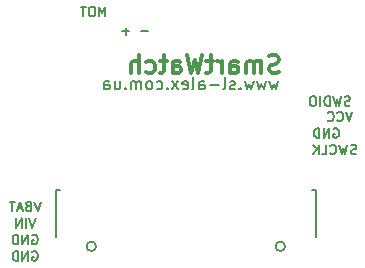
<source format=gbo>
G04 #@! TF.FileFunction,Legend,Bot*
%FSLAX46Y46*%
G04 Gerber Fmt 4.6, Leading zero omitted, Abs format (unit mm)*
G04 Created by KiCad (PCBNEW (2016-04-26 BZR 6712, Git b92ad6f)-product) date 03/05/2016 22:11:21*
%MOMM*%
%LPD*%
G01*
G04 APERTURE LIST*
%ADD10C,0.100000*%
%ADD11C,0.160000*%
%ADD12C,0.300000*%
%ADD13C,0.150000*%
G04 APERTURE END LIST*
D10*
D11*
X180214285Y-98461904D02*
X179947619Y-99261904D01*
X179680952Y-98461904D01*
X179147619Y-98842857D02*
X179033333Y-98880952D01*
X178995238Y-98919047D01*
X178957142Y-98995238D01*
X178957142Y-99109523D01*
X178995238Y-99185714D01*
X179033333Y-99223809D01*
X179109523Y-99261904D01*
X179414285Y-99261904D01*
X179414285Y-98461904D01*
X179147619Y-98461904D01*
X179071428Y-98500000D01*
X179033333Y-98538095D01*
X178995238Y-98614285D01*
X178995238Y-98690476D01*
X179033333Y-98766666D01*
X179071428Y-98804761D01*
X179147619Y-98842857D01*
X179414285Y-98842857D01*
X178652380Y-99033333D02*
X178271428Y-99033333D01*
X178728571Y-99261904D02*
X178461904Y-98461904D01*
X178195238Y-99261904D01*
X178042857Y-98461904D02*
X177585714Y-98461904D01*
X177814285Y-99261904D02*
X177814285Y-98461904D01*
X179776190Y-99861904D02*
X179509523Y-100661904D01*
X179242857Y-99861904D01*
X178976190Y-100661904D02*
X178976190Y-99861904D01*
X178595238Y-100661904D02*
X178595238Y-99861904D01*
X178138095Y-100661904D01*
X178138095Y-99861904D01*
X179509523Y-101300000D02*
X179585714Y-101261904D01*
X179700000Y-101261904D01*
X179814285Y-101300000D01*
X179890476Y-101376190D01*
X179928571Y-101452380D01*
X179966666Y-101604761D01*
X179966666Y-101719047D01*
X179928571Y-101871428D01*
X179890476Y-101947619D01*
X179814285Y-102023809D01*
X179700000Y-102061904D01*
X179623809Y-102061904D01*
X179509523Y-102023809D01*
X179471428Y-101985714D01*
X179471428Y-101719047D01*
X179623809Y-101719047D01*
X179128571Y-102061904D02*
X179128571Y-101261904D01*
X178671428Y-102061904D01*
X178671428Y-101261904D01*
X178290476Y-102061904D02*
X178290476Y-101261904D01*
X178100000Y-101261904D01*
X177985714Y-101300000D01*
X177909523Y-101376190D01*
X177871428Y-101452380D01*
X177833333Y-101604761D01*
X177833333Y-101719047D01*
X177871428Y-101871428D01*
X177909523Y-101947619D01*
X177985714Y-102023809D01*
X178100000Y-102061904D01*
X178290476Y-102061904D01*
X179509523Y-102700000D02*
X179585714Y-102661904D01*
X179700000Y-102661904D01*
X179814285Y-102700000D01*
X179890476Y-102776190D01*
X179928571Y-102852380D01*
X179966666Y-103004761D01*
X179966666Y-103119047D01*
X179928571Y-103271428D01*
X179890476Y-103347619D01*
X179814285Y-103423809D01*
X179700000Y-103461904D01*
X179623809Y-103461904D01*
X179509523Y-103423809D01*
X179471428Y-103385714D01*
X179471428Y-103119047D01*
X179623809Y-103119047D01*
X179128571Y-103461904D02*
X179128571Y-102661904D01*
X178671428Y-103461904D01*
X178671428Y-102661904D01*
X178290476Y-103461904D02*
X178290476Y-102661904D01*
X178100000Y-102661904D01*
X177985714Y-102700000D01*
X177909523Y-102776190D01*
X177871428Y-102852380D01*
X177833333Y-103004761D01*
X177833333Y-103119047D01*
X177871428Y-103271428D01*
X177909523Y-103347619D01*
X177985714Y-103423809D01*
X178100000Y-103461904D01*
X178290476Y-103461904D01*
X185690476Y-82761904D02*
X185690476Y-81961904D01*
X185423809Y-82533333D01*
X185157142Y-81961904D01*
X185157142Y-82761904D01*
X184623809Y-81961904D02*
X184471428Y-81961904D01*
X184395238Y-82000000D01*
X184319047Y-82076190D01*
X184280952Y-82228571D01*
X184280952Y-82495238D01*
X184319047Y-82647619D01*
X184395238Y-82723809D01*
X184471428Y-82761904D01*
X184623809Y-82761904D01*
X184700000Y-82723809D01*
X184776190Y-82647619D01*
X184814285Y-82495238D01*
X184814285Y-82228571D01*
X184776190Y-82076190D01*
X184700000Y-82000000D01*
X184623809Y-81961904D01*
X184052380Y-81961904D02*
X183595238Y-81961904D01*
X183823809Y-82761904D02*
X183823809Y-81961904D01*
X189304761Y-84057142D02*
X188695238Y-84057142D01*
X187704761Y-84057142D02*
X187095238Y-84057142D01*
X187400000Y-84361904D02*
X187400000Y-83752380D01*
X206909523Y-94423809D02*
X206795238Y-94461904D01*
X206604761Y-94461904D01*
X206528571Y-94423809D01*
X206490476Y-94385714D01*
X206452380Y-94309523D01*
X206452380Y-94233333D01*
X206490476Y-94157142D01*
X206528571Y-94119047D01*
X206604761Y-94080952D01*
X206757142Y-94042857D01*
X206833333Y-94004761D01*
X206871428Y-93966666D01*
X206909523Y-93890476D01*
X206909523Y-93814285D01*
X206871428Y-93738095D01*
X206833333Y-93700000D01*
X206757142Y-93661904D01*
X206566666Y-93661904D01*
X206452380Y-93700000D01*
X206185714Y-93661904D02*
X205995238Y-94461904D01*
X205842857Y-93890476D01*
X205690476Y-94461904D01*
X205500000Y-93661904D01*
X204738095Y-94385714D02*
X204776190Y-94423809D01*
X204890476Y-94461904D01*
X204966666Y-94461904D01*
X205080952Y-94423809D01*
X205157142Y-94347619D01*
X205195238Y-94271428D01*
X205233333Y-94119047D01*
X205233333Y-94004761D01*
X205195238Y-93852380D01*
X205157142Y-93776190D01*
X205080952Y-93700000D01*
X204966666Y-93661904D01*
X204890476Y-93661904D01*
X204776190Y-93700000D01*
X204738095Y-93738095D01*
X204014285Y-94461904D02*
X204395238Y-94461904D01*
X204395238Y-93661904D01*
X203747619Y-94461904D02*
X203747619Y-93661904D01*
X203290476Y-94461904D02*
X203633333Y-94004761D01*
X203290476Y-93661904D02*
X203747619Y-94119047D01*
X206395238Y-90323809D02*
X206280952Y-90361904D01*
X206090476Y-90361904D01*
X206014285Y-90323809D01*
X205976190Y-90285714D01*
X205938095Y-90209523D01*
X205938095Y-90133333D01*
X205976190Y-90057142D01*
X206014285Y-90019047D01*
X206090476Y-89980952D01*
X206242857Y-89942857D01*
X206319047Y-89904761D01*
X206357142Y-89866666D01*
X206395238Y-89790476D01*
X206395238Y-89714285D01*
X206357142Y-89638095D01*
X206319047Y-89600000D01*
X206242857Y-89561904D01*
X206052380Y-89561904D01*
X205938095Y-89600000D01*
X205671428Y-89561904D02*
X205480952Y-90361904D01*
X205328571Y-89790476D01*
X205176190Y-90361904D01*
X204985714Y-89561904D01*
X204680952Y-90361904D02*
X204680952Y-89561904D01*
X204490476Y-89561904D01*
X204376190Y-89600000D01*
X204300000Y-89676190D01*
X204261904Y-89752380D01*
X204223809Y-89904761D01*
X204223809Y-90019047D01*
X204261904Y-90171428D01*
X204300000Y-90247619D01*
X204376190Y-90323809D01*
X204490476Y-90361904D01*
X204680952Y-90361904D01*
X203880952Y-90361904D02*
X203880952Y-89561904D01*
X203347619Y-89561904D02*
X203195238Y-89561904D01*
X203119047Y-89600000D01*
X203042857Y-89676190D01*
X203004761Y-89828571D01*
X203004761Y-90095238D01*
X203042857Y-90247619D01*
X203119047Y-90323809D01*
X203195238Y-90361904D01*
X203347619Y-90361904D01*
X203423809Y-90323809D01*
X203500000Y-90247619D01*
X203538095Y-90095238D01*
X203538095Y-89828571D01*
X203500000Y-89676190D01*
X203423809Y-89600000D01*
X203347619Y-89561904D01*
X205009523Y-92300000D02*
X205085714Y-92261904D01*
X205200000Y-92261904D01*
X205314285Y-92300000D01*
X205390476Y-92376190D01*
X205428571Y-92452380D01*
X205466666Y-92604761D01*
X205466666Y-92719047D01*
X205428571Y-92871428D01*
X205390476Y-92947619D01*
X205314285Y-93023809D01*
X205200000Y-93061904D01*
X205123809Y-93061904D01*
X205009523Y-93023809D01*
X204971428Y-92985714D01*
X204971428Y-92719047D01*
X205123809Y-92719047D01*
X204628571Y-93061904D02*
X204628571Y-92261904D01*
X204171428Y-93061904D01*
X204171428Y-92261904D01*
X203790476Y-93061904D02*
X203790476Y-92261904D01*
X203600000Y-92261904D01*
X203485714Y-92300000D01*
X203409523Y-92376190D01*
X203371428Y-92452380D01*
X203333333Y-92604761D01*
X203333333Y-92719047D01*
X203371428Y-92871428D01*
X203409523Y-92947619D01*
X203485714Y-93023809D01*
X203600000Y-93061904D01*
X203790476Y-93061904D01*
X206566666Y-90861904D02*
X206300000Y-91661904D01*
X206033333Y-90861904D01*
X205309523Y-91585714D02*
X205347619Y-91623809D01*
X205461904Y-91661904D01*
X205538095Y-91661904D01*
X205652380Y-91623809D01*
X205728571Y-91547619D01*
X205766666Y-91471428D01*
X205804761Y-91319047D01*
X205804761Y-91204761D01*
X205766666Y-91052380D01*
X205728571Y-90976190D01*
X205652380Y-90900000D01*
X205538095Y-90861904D01*
X205461904Y-90861904D01*
X205347619Y-90900000D01*
X205309523Y-90938095D01*
X204509523Y-91585714D02*
X204547619Y-91623809D01*
X204661904Y-91661904D01*
X204738095Y-91661904D01*
X204852380Y-91623809D01*
X204928571Y-91547619D01*
X204966666Y-91471428D01*
X205004761Y-91319047D01*
X205004761Y-91204761D01*
X204966666Y-91052380D01*
X204928571Y-90976190D01*
X204852380Y-90900000D01*
X204738095Y-90861904D01*
X204661904Y-90861904D01*
X204547619Y-90900000D01*
X204509523Y-90938095D01*
D12*
X200385714Y-87507142D02*
X200171428Y-87578571D01*
X199814285Y-87578571D01*
X199671428Y-87507142D01*
X199600000Y-87435714D01*
X199528571Y-87292857D01*
X199528571Y-87150000D01*
X199600000Y-87007142D01*
X199671428Y-86935714D01*
X199814285Y-86864285D01*
X200100000Y-86792857D01*
X200242857Y-86721428D01*
X200314285Y-86650000D01*
X200385714Y-86507142D01*
X200385714Y-86364285D01*
X200314285Y-86221428D01*
X200242857Y-86150000D01*
X200100000Y-86078571D01*
X199742857Y-86078571D01*
X199528571Y-86150000D01*
X198885714Y-87578571D02*
X198885714Y-86578571D01*
X198885714Y-86721428D02*
X198814285Y-86650000D01*
X198671428Y-86578571D01*
X198457142Y-86578571D01*
X198314285Y-86650000D01*
X198242857Y-86792857D01*
X198242857Y-87578571D01*
X198242857Y-86792857D02*
X198171428Y-86650000D01*
X198028571Y-86578571D01*
X197814285Y-86578571D01*
X197671428Y-86650000D01*
X197600000Y-86792857D01*
X197600000Y-87578571D01*
X196242857Y-87578571D02*
X196242857Y-86792857D01*
X196314285Y-86650000D01*
X196457142Y-86578571D01*
X196742857Y-86578571D01*
X196885714Y-86650000D01*
X196242857Y-87507142D02*
X196385714Y-87578571D01*
X196742857Y-87578571D01*
X196885714Y-87507142D01*
X196957142Y-87364285D01*
X196957142Y-87221428D01*
X196885714Y-87078571D01*
X196742857Y-87007142D01*
X196385714Y-87007142D01*
X196242857Y-86935714D01*
X195528571Y-87578571D02*
X195528571Y-86578571D01*
X195528571Y-86864285D02*
X195457142Y-86721428D01*
X195385714Y-86650000D01*
X195242857Y-86578571D01*
X195100000Y-86578571D01*
X194814285Y-86578571D02*
X194242857Y-86578571D01*
X194600000Y-86078571D02*
X194600000Y-87364285D01*
X194528571Y-87507142D01*
X194385714Y-87578571D01*
X194242857Y-87578571D01*
X193885714Y-86078571D02*
X193528571Y-87578571D01*
X193242857Y-86507142D01*
X192957142Y-87578571D01*
X192600000Y-86078571D01*
X191385714Y-87578571D02*
X191385714Y-86792857D01*
X191457142Y-86650000D01*
X191600000Y-86578571D01*
X191885714Y-86578571D01*
X192028571Y-86650000D01*
X191385714Y-87507142D02*
X191528571Y-87578571D01*
X191885714Y-87578571D01*
X192028571Y-87507142D01*
X192100000Y-87364285D01*
X192100000Y-87221428D01*
X192028571Y-87078571D01*
X191885714Y-87007142D01*
X191528571Y-87007142D01*
X191385714Y-86935714D01*
X190885714Y-86578571D02*
X190314285Y-86578571D01*
X190671428Y-86078571D02*
X190671428Y-87364285D01*
X190600000Y-87507142D01*
X190457142Y-87578571D01*
X190314285Y-87578571D01*
X189171428Y-87507142D02*
X189314285Y-87578571D01*
X189600000Y-87578571D01*
X189742857Y-87507142D01*
X189814285Y-87435714D01*
X189885714Y-87292857D01*
X189885714Y-86864285D01*
X189814285Y-86721428D01*
X189742857Y-86650000D01*
X189600000Y-86578571D01*
X189314285Y-86578571D01*
X189171428Y-86650000D01*
X188528571Y-87578571D02*
X188528571Y-86078571D01*
X187885714Y-87578571D02*
X187885714Y-86792857D01*
X187957142Y-86650000D01*
X188100000Y-86578571D01*
X188314285Y-86578571D01*
X188457142Y-86650000D01*
X188528571Y-86721428D01*
D11*
X200328571Y-88285714D02*
X200138095Y-88952380D01*
X199947619Y-88476190D01*
X199757142Y-88952380D01*
X199566666Y-88285714D01*
X199280952Y-88285714D02*
X199090476Y-88952380D01*
X198900000Y-88476190D01*
X198709523Y-88952380D01*
X198519047Y-88285714D01*
X198233333Y-88285714D02*
X198042857Y-88952380D01*
X197852380Y-88476190D01*
X197661904Y-88952380D01*
X197471428Y-88285714D01*
X197090476Y-88857142D02*
X197042857Y-88904761D01*
X197090476Y-88952380D01*
X197138095Y-88904761D01*
X197090476Y-88857142D01*
X197090476Y-88952380D01*
X196661904Y-88904761D02*
X196566666Y-88952380D01*
X196376190Y-88952380D01*
X196280952Y-88904761D01*
X196233333Y-88809523D01*
X196233333Y-88761904D01*
X196280952Y-88666666D01*
X196376190Y-88619047D01*
X196519047Y-88619047D01*
X196614285Y-88571428D01*
X196661904Y-88476190D01*
X196661904Y-88428571D01*
X196614285Y-88333333D01*
X196519047Y-88285714D01*
X196376190Y-88285714D01*
X196280952Y-88333333D01*
X195661904Y-88952380D02*
X195757142Y-88904761D01*
X195804761Y-88809523D01*
X195804761Y-87952380D01*
X195280952Y-88571428D02*
X194519047Y-88571428D01*
X193614285Y-88952380D02*
X193614285Y-88428571D01*
X193661904Y-88333333D01*
X193757142Y-88285714D01*
X193947619Y-88285714D01*
X194042857Y-88333333D01*
X193614285Y-88904761D02*
X193709523Y-88952380D01*
X193947619Y-88952380D01*
X194042857Y-88904761D01*
X194090476Y-88809523D01*
X194090476Y-88714285D01*
X194042857Y-88619047D01*
X193947619Y-88571428D01*
X193709523Y-88571428D01*
X193614285Y-88523809D01*
X192995238Y-88952380D02*
X193090476Y-88904761D01*
X193138095Y-88809523D01*
X193138095Y-87952380D01*
X192233333Y-88904761D02*
X192328571Y-88952380D01*
X192519047Y-88952380D01*
X192614285Y-88904761D01*
X192661904Y-88809523D01*
X192661904Y-88428571D01*
X192614285Y-88333333D01*
X192519047Y-88285714D01*
X192328571Y-88285714D01*
X192233333Y-88333333D01*
X192185714Y-88428571D01*
X192185714Y-88523809D01*
X192661904Y-88619047D01*
X191852380Y-88952380D02*
X191328571Y-88285714D01*
X191852380Y-88285714D02*
X191328571Y-88952380D01*
X190947619Y-88857142D02*
X190900000Y-88904761D01*
X190947619Y-88952380D01*
X190995238Y-88904761D01*
X190947619Y-88857142D01*
X190947619Y-88952380D01*
X190042857Y-88904761D02*
X190138095Y-88952380D01*
X190328571Y-88952380D01*
X190423809Y-88904761D01*
X190471428Y-88857142D01*
X190519047Y-88761904D01*
X190519047Y-88476190D01*
X190471428Y-88380952D01*
X190423809Y-88333333D01*
X190328571Y-88285714D01*
X190138095Y-88285714D01*
X190042857Y-88333333D01*
X189471428Y-88952380D02*
X189566666Y-88904761D01*
X189614285Y-88857142D01*
X189661904Y-88761904D01*
X189661904Y-88476190D01*
X189614285Y-88380952D01*
X189566666Y-88333333D01*
X189471428Y-88285714D01*
X189328571Y-88285714D01*
X189233333Y-88333333D01*
X189185714Y-88380952D01*
X189138095Y-88476190D01*
X189138095Y-88761904D01*
X189185714Y-88857142D01*
X189233333Y-88904761D01*
X189328571Y-88952380D01*
X189471428Y-88952380D01*
X188709523Y-88952380D02*
X188709523Y-88285714D01*
X188709523Y-88380952D02*
X188661904Y-88333333D01*
X188566666Y-88285714D01*
X188423809Y-88285714D01*
X188328571Y-88333333D01*
X188280952Y-88428571D01*
X188280952Y-88952380D01*
X188280952Y-88428571D02*
X188233333Y-88333333D01*
X188138095Y-88285714D01*
X187995238Y-88285714D01*
X187900000Y-88333333D01*
X187852380Y-88428571D01*
X187852380Y-88952380D01*
X187376190Y-88857142D02*
X187328571Y-88904761D01*
X187376190Y-88952380D01*
X187423809Y-88904761D01*
X187376190Y-88857142D01*
X187376190Y-88952380D01*
X186471428Y-88285714D02*
X186471428Y-88952380D01*
X186900000Y-88285714D02*
X186900000Y-88809523D01*
X186852380Y-88904761D01*
X186757142Y-88952380D01*
X186614285Y-88952380D01*
X186519047Y-88904761D01*
X186471428Y-88857142D01*
X185566666Y-88952380D02*
X185566666Y-88428571D01*
X185614285Y-88333333D01*
X185709523Y-88285714D01*
X185900000Y-88285714D01*
X185995238Y-88333333D01*
X185566666Y-88904761D02*
X185661904Y-88952380D01*
X185900000Y-88952380D01*
X185995238Y-88904761D01*
X186042857Y-88809523D01*
X186042857Y-88714285D01*
X185995238Y-88619047D01*
X185900000Y-88571428D01*
X185661904Y-88571428D01*
X185566666Y-88523809D01*
D13*
X200900000Y-102250000D02*
G75*
G03X200900000Y-102250000I-400000J0D01*
G01*
X184900000Y-102250000D02*
G75*
G03X184900000Y-102250000I-400000J0D01*
G01*
X203500000Y-97500000D02*
X203500000Y-101500000D01*
X203150000Y-97500000D02*
X203500000Y-97500000D01*
X181500000Y-97500000D02*
X181500000Y-101500000D01*
X181500000Y-97500000D02*
X181850000Y-97500000D01*
M02*

</source>
